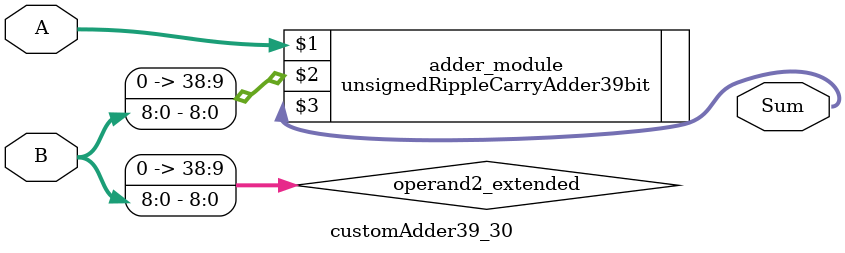
<source format=v>
module customAdder39_30(
                        input [38 : 0] A,
                        input [8 : 0] B,
                        
                        output [39 : 0] Sum
                );

        wire [38 : 0] operand2_extended;
        
        assign operand2_extended =  {30'b0, B};
        
        unsignedRippleCarryAdder39bit adder_module(
            A,
            operand2_extended,
            Sum
        );
        
        endmodule
        
</source>
